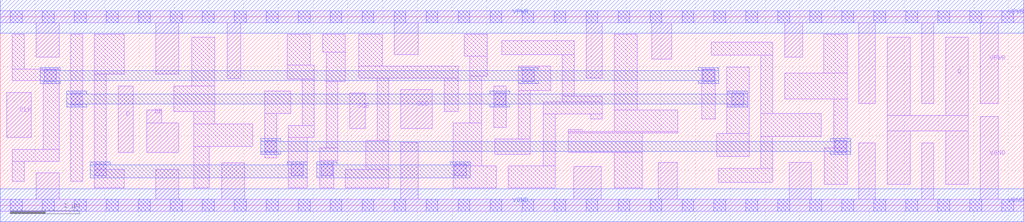
<source format=lef>
# Copyright 2020 The SkyWater PDK Authors
#
# Licensed under the Apache License, Version 2.0 (the "License");
# you may not use this file except in compliance with the License.
# You may obtain a copy of the License at
#
#     https://www.apache.org/licenses/LICENSE-2.0
#
# Unless required by applicable law or agreed to in writing, software
# distributed under the License is distributed on an "AS IS" BASIS,
# WITHOUT WARRANTIES OR CONDITIONS OF ANY KIND, either express or implied.
# See the License for the specific language governing permissions and
# limitations under the License.
#
# SPDX-License-Identifier: Apache-2.0

VERSION 5.7 ;
  NAMESCASESENSITIVE ON ;
  NOWIREEXTENSIONATPIN ON ;
  DIVIDERCHAR "/" ;
  BUSBITCHARS "[]" ;
UNITS
  DATABASE MICRONS 200 ;
END UNITS
MACRO sky130_fd_sc_hd__sedfxtp_4
  CLASS CORE ;
  SOURCE USER ;
  FOREIGN sky130_fd_sc_hd__sedfxtp_4 ;
  ORIGIN  0.000000  0.000000 ;
  SIZE  14.72000 BY  2.720000 ;
  SYMMETRY X Y R90 ;
  SITE unithd ;
  PIN D
    ANTENNAGATEAREA  0.159000 ;
    DIRECTION INPUT ;
    USE SIGNAL ;
    PORT
      LAYER li1 ;
        RECT 1.695000 0.765000 1.915000 1.720000 ;
    END
  END D
  PIN DE
    ANTENNAGATEAREA  0.318000 ;
    DIRECTION INPUT ;
    USE SIGNAL ;
    PORT
      LAYER li1 ;
        RECT 2.110000 0.765000 2.565000 1.185000 ;
        RECT 2.110000 1.185000 2.325000 1.370000 ;
    END
  END DE
  PIN Q
    ANTENNADIFFAREA  0.891000 ;
    DIRECTION OUTPUT ;
    USE SIGNAL ;
    PORT
      LAYER li1 ;
        RECT 12.755000 0.305000 13.085000 1.070000 ;
        RECT 12.755000 1.070000 13.925000 1.295000 ;
        RECT 12.755000 1.295000 13.085000 2.420000 ;
        RECT 13.595000 0.305000 13.925000 1.070000 ;
        RECT 13.595000 1.295000 13.925000 2.420000 ;
    END
  END Q
  PIN SCD
    ANTENNAGATEAREA  0.159000 ;
    DIRECTION INPUT ;
    USE SIGNAL ;
    PORT
      LAYER li1 ;
        RECT 5.760000 1.105000 6.215000 1.665000 ;
    END
  END SCD
  PIN SCE
    ANTENNAGATEAREA  0.318000 ;
    DIRECTION INPUT ;
    USE SIGNAL ;
    PORT
      LAYER li1 ;
        RECT 5.025000 1.105000 5.250000 1.615000 ;
    END
  END SCE
  PIN CLK
    ANTENNAGATEAREA  0.159000 ;
    DIRECTION INPUT ;
    USE CLOCK ;
    PORT
      LAYER li1 ;
        RECT 0.095000 0.975000 0.445000 1.625000 ;
    END
  END CLK
  PIN VGND
    DIRECTION INOUT ;
    SHAPE ABUTMENT ;
    USE GROUND ;
    PORT
      LAYER li1 ;
        RECT  0.000000 -0.085000 14.720000 0.085000 ;
        RECT  0.515000  0.085000  0.845000 0.465000 ;
        RECT  2.235000  0.085000  2.565000 0.515000 ;
        RECT  3.185000  0.085000  3.515000 0.610000 ;
        RECT  5.760000  0.085000  6.010000 0.905000 ;
        RECT  8.245000  0.085000  8.640000 0.560000 ;
        RECT  9.465000  0.085000  9.740000 0.615000 ;
        RECT 11.350000  0.085000 11.665000 0.615000 ;
        RECT 12.350000  0.085000 12.585000 0.900000 ;
        RECT 13.255000  0.085000 13.425000 0.900000 ;
        RECT 14.095000  0.085000 14.355000 1.280000 ;
      LAYER mcon ;
        RECT  0.145000 -0.085000  0.315000 0.085000 ;
        RECT  0.605000 -0.085000  0.775000 0.085000 ;
        RECT  1.065000 -0.085000  1.235000 0.085000 ;
        RECT  1.525000 -0.085000  1.695000 0.085000 ;
        RECT  1.985000 -0.085000  2.155000 0.085000 ;
        RECT  2.445000 -0.085000  2.615000 0.085000 ;
        RECT  2.905000 -0.085000  3.075000 0.085000 ;
        RECT  3.365000 -0.085000  3.535000 0.085000 ;
        RECT  3.825000 -0.085000  3.995000 0.085000 ;
        RECT  4.285000 -0.085000  4.455000 0.085000 ;
        RECT  4.745000 -0.085000  4.915000 0.085000 ;
        RECT  5.205000 -0.085000  5.375000 0.085000 ;
        RECT  5.665000 -0.085000  5.835000 0.085000 ;
        RECT  6.125000 -0.085000  6.295000 0.085000 ;
        RECT  6.585000 -0.085000  6.755000 0.085000 ;
        RECT  7.045000 -0.085000  7.215000 0.085000 ;
        RECT  7.505000 -0.085000  7.675000 0.085000 ;
        RECT  7.965000 -0.085000  8.135000 0.085000 ;
        RECT  8.425000 -0.085000  8.595000 0.085000 ;
        RECT  8.885000 -0.085000  9.055000 0.085000 ;
        RECT  9.345000 -0.085000  9.515000 0.085000 ;
        RECT  9.805000 -0.085000  9.975000 0.085000 ;
        RECT 10.265000 -0.085000 10.435000 0.085000 ;
        RECT 10.725000 -0.085000 10.895000 0.085000 ;
        RECT 11.185000 -0.085000 11.355000 0.085000 ;
        RECT 11.645000 -0.085000 11.815000 0.085000 ;
        RECT 12.105000 -0.085000 12.275000 0.085000 ;
        RECT 12.565000 -0.085000 12.735000 0.085000 ;
        RECT 13.025000 -0.085000 13.195000 0.085000 ;
        RECT 13.485000 -0.085000 13.655000 0.085000 ;
        RECT 13.945000 -0.085000 14.115000 0.085000 ;
        RECT 14.405000 -0.085000 14.575000 0.085000 ;
      LAYER met1 ;
        RECT 0.000000 -0.240000 14.720000 0.240000 ;
    END
  END VGND
  PIN VPWR
    DIRECTION INOUT ;
    SHAPE ABUTMENT ;
    USE POWER ;
    PORT
      LAYER li1 ;
        RECT  0.000000 2.635000 14.720000 2.805000 ;
        RECT  0.515000 2.135000  0.845000 2.635000 ;
        RECT  2.235000 1.890000  2.565000 2.635000 ;
        RECT  3.265000 1.825000  3.460000 2.635000 ;
        RECT  5.665000 2.175000  6.010000 2.635000 ;
        RECT  8.425000 1.835000  8.660000 2.635000 ;
        RECT  9.370000 2.105000  9.660000 2.635000 ;
        RECT 11.280000 2.135000 11.540000 2.635000 ;
        RECT 12.350000 1.465000 12.585000 2.635000 ;
        RECT 13.255000 1.465000 13.425000 2.635000 ;
        RECT 14.095000 1.465000 14.355000 2.635000 ;
      LAYER mcon ;
        RECT  0.145000 2.635000  0.315000 2.805000 ;
        RECT  0.605000 2.635000  0.775000 2.805000 ;
        RECT  1.065000 2.635000  1.235000 2.805000 ;
        RECT  1.525000 2.635000  1.695000 2.805000 ;
        RECT  1.985000 2.635000  2.155000 2.805000 ;
        RECT  2.445000 2.635000  2.615000 2.805000 ;
        RECT  2.905000 2.635000  3.075000 2.805000 ;
        RECT  3.365000 2.635000  3.535000 2.805000 ;
        RECT  3.825000 2.635000  3.995000 2.805000 ;
        RECT  4.285000 2.635000  4.455000 2.805000 ;
        RECT  4.745000 2.635000  4.915000 2.805000 ;
        RECT  5.205000 2.635000  5.375000 2.805000 ;
        RECT  5.665000 2.635000  5.835000 2.805000 ;
        RECT  6.125000 2.635000  6.295000 2.805000 ;
        RECT  6.585000 2.635000  6.755000 2.805000 ;
        RECT  7.045000 2.635000  7.215000 2.805000 ;
        RECT  7.505000 2.635000  7.675000 2.805000 ;
        RECT  7.965000 2.635000  8.135000 2.805000 ;
        RECT  8.425000 2.635000  8.595000 2.805000 ;
        RECT  8.885000 2.635000  9.055000 2.805000 ;
        RECT  9.345000 2.635000  9.515000 2.805000 ;
        RECT  9.805000 2.635000  9.975000 2.805000 ;
        RECT 10.265000 2.635000 10.435000 2.805000 ;
        RECT 10.725000 2.635000 10.895000 2.805000 ;
        RECT 11.185000 2.635000 11.355000 2.805000 ;
        RECT 11.645000 2.635000 11.815000 2.805000 ;
        RECT 12.105000 2.635000 12.275000 2.805000 ;
        RECT 12.565000 2.635000 12.735000 2.805000 ;
        RECT 13.025000 2.635000 13.195000 2.805000 ;
        RECT 13.485000 2.635000 13.655000 2.805000 ;
        RECT 13.945000 2.635000 14.115000 2.805000 ;
        RECT 14.405000 2.635000 14.575000 2.805000 ;
      LAYER met1 ;
        RECT 0.000000 2.480000 14.720000 2.960000 ;
    END
  END VPWR
  OBS
    LAYER li1 ;
      RECT  0.175000 0.345000  0.345000 0.635000 ;
      RECT  0.175000 0.635000  0.845000 0.805000 ;
      RECT  0.175000 1.795000  0.845000 1.965000 ;
      RECT  0.175000 1.965000  0.345000 2.465000 ;
      RECT  0.615000 0.805000  0.845000 1.795000 ;
      RECT  1.015000 0.345000  1.185000 2.465000 ;
      RECT  1.355000 0.255000  1.785000 0.515000 ;
      RECT  1.355000 0.515000  1.525000 1.890000 ;
      RECT  1.355000 1.890000  1.785000 2.465000 ;
      RECT  2.495000 1.355000  3.085000 1.720000 ;
      RECT  2.755000 1.720000  3.085000 2.425000 ;
      RECT  2.780000 0.255000  3.005000 0.845000 ;
      RECT  2.780000 0.845000  3.635000 1.175000 ;
      RECT  2.780000 1.175000  3.085000 1.355000 ;
      RECT  3.805000 0.685000  3.975000 1.320000 ;
      RECT  3.805000 1.320000  4.175000 1.650000 ;
      RECT  4.125000 1.820000  4.515000 2.020000 ;
      RECT  4.125000 2.020000  4.455000 2.465000 ;
      RECT  4.145000 0.255000  4.415000 0.980000 ;
      RECT  4.145000 0.980000  4.515000 1.150000 ;
      RECT  4.345000 1.150000  4.515000 1.820000 ;
      RECT  4.595000 0.255000  4.795000 0.645000 ;
      RECT  4.595000 0.645000  4.855000 0.825000 ;
      RECT  4.635000 2.210000  4.965000 2.465000 ;
      RECT  4.685000 0.825000  4.855000 1.785000 ;
      RECT  4.685000 1.785000  4.965000 2.210000 ;
      RECT  4.965000 0.255000  5.590000 0.515000 ;
      RECT  5.155000 1.835000  6.585000 2.005000 ;
      RECT  5.155000 2.005000  5.495000 2.465000 ;
      RECT  5.260000 0.515000  5.590000 0.935000 ;
      RECT  5.420000 0.935000  5.590000 1.835000 ;
      RECT  6.385000 1.355000  6.585000 1.835000 ;
      RECT  6.515000 0.255000  7.135000 0.565000 ;
      RECT  6.515000 0.565000  6.925000 1.185000 ;
      RECT  6.675000 2.150000  7.005000 2.465000 ;
      RECT  6.755000 1.185000  6.925000 1.865000 ;
      RECT  6.755000 1.865000  7.005000 2.150000 ;
      RECT  7.095000 1.125000  7.280000 1.720000 ;
      RECT  7.115000 0.735000  7.620000 0.955000 ;
      RECT  7.215000 2.175000  8.255000 2.375000 ;
      RECT  7.305000 0.255000  7.980000 0.565000 ;
      RECT  7.450000 0.955000  7.620000 1.655000 ;
      RECT  7.450000 1.655000  7.915000 2.005000 ;
      RECT  7.810000 0.565000  7.980000 1.315000 ;
      RECT  7.810000 1.315000  8.660000 1.485000 ;
      RECT  8.085000 1.485000  8.660000 1.575000 ;
      RECT  8.085000 1.575000  8.255000 2.175000 ;
      RECT  8.170000 0.765000  9.235000 1.045000 ;
      RECT  8.170000 1.045000  9.745000 1.065000 ;
      RECT  8.170000 1.065000  8.370000 1.095000 ;
      RECT  8.490000 1.245000  8.660000 1.315000 ;
      RECT  8.830000 0.255000  9.235000 0.765000 ;
      RECT  8.830000 1.065000  9.745000 1.375000 ;
      RECT  8.830000 1.375000  9.160000 2.465000 ;
      RECT 10.090000 1.245000 10.280000 1.965000 ;
      RECT 10.225000 2.165000 11.110000 2.355000 ;
      RECT 10.305000 0.705000 10.770000 1.035000 ;
      RECT 10.325000 0.330000 11.110000 0.535000 ;
      RECT 10.450000 1.035000 10.770000 1.995000 ;
      RECT 10.940000 0.535000 11.110000 0.995000 ;
      RECT 10.940000 0.995000 11.810000 1.325000 ;
      RECT 10.940000 1.325000 11.110000 2.165000 ;
      RECT 11.280000 1.530000 12.180000 1.905000 ;
      RECT 11.840000 1.905000 12.180000 2.465000 ;
      RECT 11.850000 0.300000 12.180000 0.825000 ;
      RECT 11.990000 0.825000 12.180000 1.530000 ;
    LAYER mcon ;
      RECT  0.635000 1.785000  0.805000 1.955000 ;
      RECT  1.015000 1.445000  1.185000 1.615000 ;
      RECT  1.355000 0.425000  1.525000 0.595000 ;
      RECT  3.805000 0.765000  3.975000 0.935000 ;
      RECT  4.185000 0.425000  4.355000 0.595000 ;
      RECT  4.615000 0.425000  4.785000 0.595000 ;
      RECT  6.530000 0.425000  6.700000 0.595000 ;
      RECT  7.100000 1.445000  7.270000 1.615000 ;
      RECT  7.510000 1.785000  7.680000 1.955000 ;
      RECT 10.100000 1.785000 10.270000 1.955000 ;
      RECT 10.520000 1.445000 10.690000 1.615000 ;
      RECT 12.000000 0.765000 12.170000 0.935000 ;
    LAYER met1 ;
      RECT  0.575000 1.755000  0.865000 1.800000 ;
      RECT  0.575000 1.800000 10.330000 1.940000 ;
      RECT  0.575000 1.940000  0.865000 1.985000 ;
      RECT  0.955000 1.415000  1.245000 1.460000 ;
      RECT  0.955000 1.460000 10.750000 1.600000 ;
      RECT  0.955000 1.600000  1.245000 1.645000 ;
      RECT  1.295000 0.395000  4.415000 0.580000 ;
      RECT  1.295000 0.580000  1.585000 0.625000 ;
      RECT  3.745000 0.735000  4.035000 0.780000 ;
      RECT  3.745000 0.780000 12.230000 0.920000 ;
      RECT  3.745000 0.920000  4.035000 0.965000 ;
      RECT  4.125000 0.580000  4.415000 0.625000 ;
      RECT  4.555000 0.395000  6.760000 0.580000 ;
      RECT  4.555000 0.580000  4.845000 0.625000 ;
      RECT  6.470000 0.580000  6.760000 0.625000 ;
      RECT  7.040000 1.415000  7.330000 1.460000 ;
      RECT  7.040000 1.600000  7.330000 1.645000 ;
      RECT  7.450000 1.755000  7.740000 1.800000 ;
      RECT  7.450000 1.940000  7.740000 1.985000 ;
      RECT 10.040000 1.755000 10.330000 1.800000 ;
      RECT 10.040000 1.940000 10.330000 1.985000 ;
      RECT 10.460000 1.415000 10.750000 1.460000 ;
      RECT 10.460000 1.600000 10.750000 1.645000 ;
      RECT 11.940000 0.735000 12.230000 0.780000 ;
      RECT 11.940000 0.920000 12.230000 0.965000 ;
  END
END sky130_fd_sc_hd__sedfxtp_4

</source>
